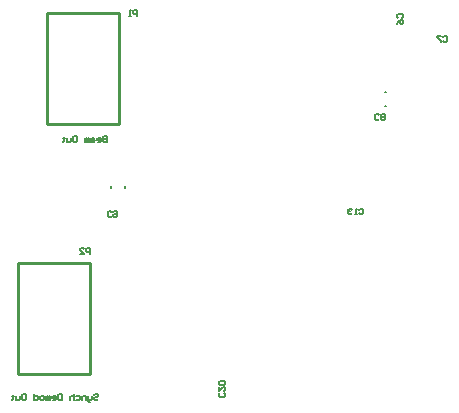
<source format=gbr>
G04 Layer_Color=32896*
%FSLAX26Y26*%
%MOIN*%
%TF.FileFunction,Legend,Bot*%
%TF.Part,Single*%
G01*
G75*
%TA.AperFunction,NonConductor*%
%ADD49C,0.007874*%
%ADD50C,0.010000*%
%ADD51C,0.005000*%
D49*
X1467055Y1649850D02*
X1470992D01*
X1467055Y1699063D02*
X1470992D01*
X602630Y1379488D02*
Y1383425D01*
X553417Y1379488D02*
Y1383425D01*
D50*
X245000Y758804D02*
Y1128804D01*
X485000D01*
Y758804D02*
Y1128804D01*
X245000Y758804D02*
X485000D01*
X340000Y1590000D02*
Y1960000D01*
X580000D01*
Y1590000D02*
Y1960000D01*
X340000Y1590000D02*
X580000D01*
D51*
X540000Y1549994D02*
Y1530000D01*
X530003D01*
X526671Y1533332D01*
Y1536665D01*
X530003Y1539997D01*
X540000D01*
X530003D01*
X526671Y1543329D01*
Y1546661D01*
X530003Y1549994D01*
X540000D01*
X510010Y1530000D02*
X516674D01*
X520006Y1533332D01*
Y1539997D01*
X516674Y1543329D01*
X510010D01*
X506678Y1539997D01*
Y1536665D01*
X520006D01*
X496681Y1543329D02*
X490016D01*
X486684Y1539997D01*
Y1530000D01*
X496681D01*
X500013Y1533332D01*
X496681Y1536665D01*
X486684D01*
X480019Y1530000D02*
Y1543329D01*
X476687D01*
X473355Y1539997D01*
Y1530000D01*
Y1539997D01*
X470023Y1543329D01*
X466690Y1539997D01*
Y1530000D01*
X430036Y1549994D02*
X436700D01*
X440033Y1546661D01*
Y1533332D01*
X436700Y1530000D01*
X430036D01*
X426704Y1533332D01*
Y1546661D01*
X430036Y1549994D01*
X420039Y1543329D02*
Y1533332D01*
X416707Y1530000D01*
X406710D01*
Y1543329D01*
X396713Y1546661D02*
Y1543329D01*
X400046D01*
X393381D01*
X396713D01*
Y1533332D01*
X393381Y1530000D01*
X496671Y686661D02*
X500003Y689994D01*
X506668D01*
X510000Y686661D01*
Y683329D01*
X506668Y679997D01*
X500003D01*
X496671Y676664D01*
Y673332D01*
X500003Y670000D01*
X506668D01*
X510000Y673332D01*
X490007Y683329D02*
Y673332D01*
X486674Y670000D01*
X476678D01*
Y666668D01*
X480010Y663336D01*
X483342D01*
X476678Y670000D02*
Y683329D01*
X470013Y670000D02*
Y683329D01*
X460016D01*
X456684Y679997D01*
Y670000D01*
X436690Y683329D02*
X446687D01*
X450019Y679997D01*
Y673332D01*
X446687Y670000D01*
X436690D01*
X430026Y689994D02*
Y670000D01*
Y679997D01*
X426694Y683329D01*
X420029D01*
X416697Y679997D01*
Y670000D01*
X390039Y689994D02*
Y670000D01*
X380042D01*
X376710Y673332D01*
Y686661D01*
X380042Y689994D01*
X390039D01*
X360049Y670000D02*
X366713D01*
X370046Y673332D01*
Y679997D01*
X366713Y683329D01*
X360049D01*
X356716Y679997D01*
Y676664D01*
X370046D01*
X350052Y670000D02*
Y683329D01*
X346720D01*
X343387Y679997D01*
Y670000D01*
Y679997D01*
X340055Y683329D01*
X336723Y679997D01*
Y670000D01*
X326726D02*
X320062D01*
X316729Y673332D01*
Y679997D01*
X320062Y683329D01*
X326726D01*
X330058Y679997D01*
Y673332D01*
X326726Y670000D01*
X296736Y689994D02*
Y670000D01*
X306733D01*
X310065Y673332D01*
Y679997D01*
X306733Y683329D01*
X296736D01*
X260081Y689994D02*
X266746D01*
X270078Y686661D01*
Y673332D01*
X266746Y670000D01*
X260081D01*
X256749Y673332D01*
Y686661D01*
X260081Y689994D01*
X250084Y683329D02*
Y673332D01*
X246752Y670000D01*
X236756D01*
Y683329D01*
X226759Y686661D02*
Y683329D01*
X230091D01*
X223427D01*
X226759D01*
Y673332D01*
X223427Y670000D01*
X931226Y695214D02*
X934505Y691934D01*
Y685374D01*
X931226Y682095D01*
X918107D01*
X914827Y685374D01*
Y691934D01*
X918107Y695214D01*
X914827Y714892D02*
Y701773D01*
X927946Y714892D01*
X931226D01*
X934505Y711612D01*
Y705053D01*
X931226Y701773D01*
Y721452D02*
X934505Y724732D01*
Y731291D01*
X931226Y734571D01*
X918107D01*
X914827Y731291D01*
Y724732D01*
X918107Y721452D01*
X931226D01*
X556143Y1285058D02*
X552863Y1281778D01*
X546303D01*
X543024Y1285058D01*
Y1298177D01*
X546303Y1301457D01*
X552863D01*
X556143Y1298177D01*
X562702D02*
X565982Y1301457D01*
X572542D01*
X575821Y1298177D01*
Y1285058D01*
X572542Y1281778D01*
X565982D01*
X562702Y1285058D01*
Y1288338D01*
X565982Y1291618D01*
X575821D01*
X1447143Y1608058D02*
X1443863Y1604778D01*
X1437303D01*
X1434024Y1608058D01*
Y1621177D01*
X1437303Y1624457D01*
X1443863D01*
X1447143Y1621177D01*
X1453702Y1608058D02*
X1456982Y1604778D01*
X1463542D01*
X1466821Y1608058D01*
Y1611338D01*
X1463542Y1614618D01*
X1466821Y1617897D01*
Y1621177D01*
X1463542Y1624457D01*
X1456982D01*
X1453702Y1621177D01*
Y1617897D01*
X1456982Y1614618D01*
X1453702Y1611338D01*
Y1608058D01*
X1456982Y1614618D02*
X1463542D01*
X1661771Y1880289D02*
X1665051Y1883568D01*
X1671610D01*
X1674890Y1880289D01*
Y1867170D01*
X1671610Y1863890D01*
X1665051D01*
X1661771Y1867170D01*
X1655211Y1883568D02*
X1642092D01*
Y1880289D01*
X1655211Y1867170D01*
Y1863890D01*
X1511625Y1943338D02*
X1508345Y1946618D01*
Y1953177D01*
X1511625Y1956457D01*
X1524744D01*
X1528024Y1953177D01*
Y1946618D01*
X1524744Y1943338D01*
X1508345Y1923659D02*
X1511625Y1930219D01*
X1518184Y1936778D01*
X1524744D01*
X1528024Y1933498D01*
Y1926939D01*
X1524744Y1923659D01*
X1521464D01*
X1518184Y1926939D01*
Y1936778D01*
X1380771Y1306289D02*
X1384051Y1309568D01*
X1390610D01*
X1393890Y1306289D01*
Y1293170D01*
X1390610Y1289890D01*
X1384051D01*
X1380771Y1293170D01*
X1374211Y1289890D02*
X1367652D01*
X1370931D01*
Y1309568D01*
X1374211Y1306289D01*
X1357812D02*
X1354533Y1309568D01*
X1347973D01*
X1344693Y1306289D01*
Y1303009D01*
X1347973Y1299729D01*
X1351253D01*
X1347973D01*
X1344693Y1296449D01*
Y1293170D01*
X1347973Y1289890D01*
X1354533D01*
X1357812Y1293170D01*
X484890Y1158694D02*
Y1178687D01*
X474893D01*
X471561Y1175355D01*
Y1168691D01*
X474893Y1165358D01*
X484890D01*
X451567Y1158694D02*
X464896D01*
X451567Y1172023D01*
Y1175355D01*
X454899Y1178687D01*
X461564D01*
X464896Y1175355D01*
X640000Y1950000D02*
Y1969994D01*
X630003D01*
X626671Y1966661D01*
Y1959997D01*
X630003Y1956665D01*
X640000D01*
X620006Y1950000D02*
X613342D01*
X616674D01*
Y1969994D01*
X620006Y1966661D01*
%TF.MD5,74e6b4d52a46d4a0e18d4477c142972c*%
M02*

</source>
